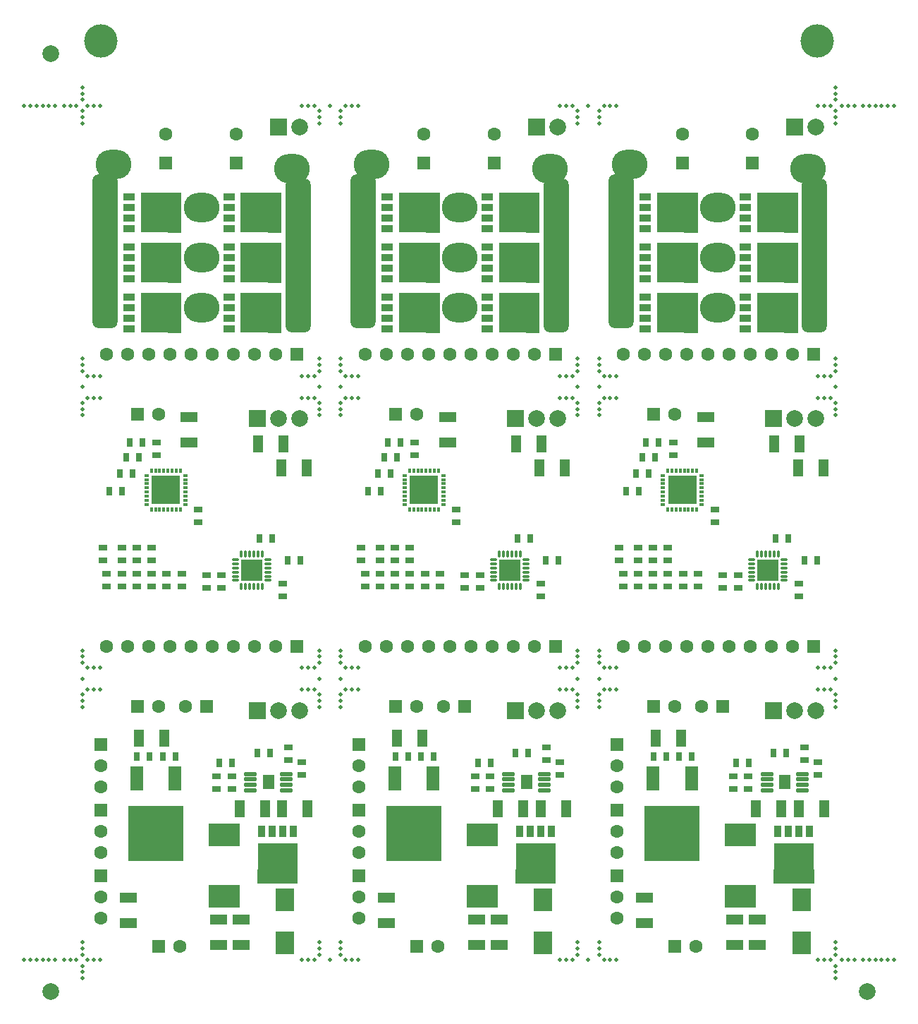
<source format=gbr>
%TF.GenerationSoftware,KiCad,Pcbnew,6.0.4-6f826c9f35~116~ubuntu20.04.1*%
%TF.CreationDate,2022-04-24T16:07:36+02:00*%
%TF.ProjectId,crawl_esc_pan,63726177-6c5f-4657-9363-5f70616e2e6b,rev?*%
%TF.SameCoordinates,Original*%
%TF.FileFunction,Soldermask,Top*%
%TF.FilePolarity,Negative*%
%FSLAX46Y46*%
G04 Gerber Fmt 4.6, Leading zero omitted, Abs format (unit mm)*
G04 Created by KiCad (PCBNEW 6.0.4-6f826c9f35~116~ubuntu20.04.1) date 2022-04-24 16:07:36*
%MOMM*%
%LPD*%
G01*
G04 APERTURE LIST*
G04 Aperture macros list*
%AMRoundRect*
0 Rectangle with rounded corners*
0 $1 Rounding radius*
0 $2 $3 $4 $5 $6 $7 $8 $9 X,Y pos of 4 corners*
0 Add a 4 corners polygon primitive as box body*
4,1,4,$2,$3,$4,$5,$6,$7,$8,$9,$2,$3,0*
0 Add four circle primitives for the rounded corners*
1,1,$1+$1,$2,$3*
1,1,$1+$1,$4,$5*
1,1,$1+$1,$6,$7*
1,1,$1+$1,$8,$9*
0 Add four rect primitives between the rounded corners*
20,1,$1+$1,$2,$3,$4,$5,0*
20,1,$1+$1,$4,$5,$6,$7,0*
20,1,$1+$1,$6,$7,$8,$9,0*
20,1,$1+$1,$8,$9,$2,$3,0*%
G04 Aperture macros list end*
%ADD10C,0.000000*%
%ADD11R,0.762000X1.016000*%
%ADD12R,1.600000X3.000000*%
%ADD13R,6.700000X6.700000*%
%ADD14R,3.810000X2.794000*%
%ADD15C,2.000000*%
%ADD16R,2.000000X2.000000*%
%ADD17R,1.193800X2.006600*%
%ADD18R,1.016000X0.762000*%
%ADD19C,1.600200*%
%ADD20R,1.600200X1.600200*%
%ADD21R,4.700000X3.750000*%
%ADD22R,0.850000X1.050000*%
%ADD23R,0.850000X1.450000*%
%ADD24R,2.006600X1.193800*%
%ADD25R,1.425000X1.760000*%
%ADD26RoundRect,0.056250X-0.678750X-0.168750X0.678750X-0.168750X0.678750X0.168750X-0.678750X0.168750X0*%
%ADD27R,2.200000X2.700000*%
%ADD28RoundRect,0.067500X-0.347500X-0.067500X0.347500X-0.067500X0.347500X0.067500X-0.347500X0.067500X0*%
%ADD29RoundRect,0.067500X0.067500X-0.347500X0.067500X0.347500X-0.067500X0.347500X-0.067500X-0.347500X0*%
%ADD30RoundRect,0.067500X0.347500X0.067500X-0.347500X0.067500X-0.347500X-0.067500X0.347500X-0.067500X0*%
%ADD31RoundRect,0.067500X-0.067500X0.347500X-0.067500X-0.347500X0.067500X-0.347500X0.067500X0.347500X0*%
%ADD32R,2.600000X2.600000*%
%ADD33R,0.600000X0.300000*%
%ADD34R,0.300000X0.600000*%
%ADD35R,3.450000X3.450000*%
%ADD36O,4.300000X3.500000*%
%ADD37R,1.450000X0.850000*%
%ADD38R,1.050000X0.850000*%
%ADD39R,3.750000X4.700000*%
%ADD40RoundRect,0.750000X-0.750000X-8.500000X0.750000X-8.500000X0.750000X8.500000X-0.750000X8.500000X0*%
%ADD41C,0.500000*%
%ADD42C,4.000000*%
G04 APERTURE END LIST*
D10*
G36*
X191719542Y-130424777D02*
G01*
X190869542Y-130424777D01*
X190869542Y-129124777D01*
X191719542Y-129124777D01*
X191719542Y-130424777D01*
G37*
G36*
X194259542Y-130424777D02*
G01*
X193409542Y-130424777D01*
X193409542Y-129124777D01*
X194259542Y-129124777D01*
X194259542Y-130424777D01*
G37*
G36*
X192989542Y-130424777D02*
G01*
X192139542Y-130424777D01*
X192139542Y-129124777D01*
X192989542Y-129124777D01*
X192989542Y-130424777D01*
G37*
G36*
X195529542Y-130424777D02*
G01*
X194679542Y-130424777D01*
X194679542Y-129124777D01*
X195529542Y-129124777D01*
X195529542Y-130424777D01*
G37*
G36*
X195374542Y-134424777D02*
G01*
X195624542Y-134424777D01*
X195624542Y-136074777D01*
X190774542Y-136074777D01*
X190774542Y-134424777D01*
X191024542Y-134424777D01*
X191024542Y-131324779D01*
X195374542Y-131324779D01*
X195374542Y-134424777D01*
G37*
G36*
X160719542Y-130424777D02*
G01*
X159869542Y-130424777D01*
X159869542Y-129124777D01*
X160719542Y-129124777D01*
X160719542Y-130424777D01*
G37*
G36*
X163259542Y-130424777D02*
G01*
X162409542Y-130424777D01*
X162409542Y-129124777D01*
X163259542Y-129124777D01*
X163259542Y-130424777D01*
G37*
G36*
X161989542Y-130424777D02*
G01*
X161139542Y-130424777D01*
X161139542Y-129124777D01*
X161989542Y-129124777D01*
X161989542Y-130424777D01*
G37*
G36*
X164529542Y-130424777D02*
G01*
X163679542Y-130424777D01*
X163679542Y-129124777D01*
X164529542Y-129124777D01*
X164529542Y-130424777D01*
G37*
G36*
X164374542Y-134424777D02*
G01*
X164624542Y-134424777D01*
X164624542Y-136074777D01*
X159774542Y-136074777D01*
X159774542Y-134424777D01*
X160024542Y-134424777D01*
X160024542Y-131324779D01*
X164374542Y-131324779D01*
X164374542Y-134424777D01*
G37*
G36*
X181674998Y-70024998D02*
G01*
X180025000Y-70024998D01*
X180025000Y-69774998D01*
X176925000Y-69774998D01*
X176925000Y-65424998D01*
X180025000Y-65424998D01*
X180025000Y-65175000D01*
X181674998Y-65175000D01*
X181674998Y-70024998D01*
G37*
G36*
X188025000Y-68659998D02*
G01*
X186725000Y-68659998D01*
X186725000Y-67809998D01*
X188025000Y-67809998D01*
X188025000Y-68659998D01*
G37*
G36*
X181674998Y-64024998D02*
G01*
X180025000Y-64024998D01*
X180025000Y-63774998D01*
X176925000Y-63774998D01*
X176925000Y-59424998D01*
X180025000Y-59424998D01*
X180025000Y-59174998D01*
X181674998Y-59174998D01*
X181674998Y-64024998D01*
G37*
G36*
X176025000Y-54120000D02*
G01*
X174725000Y-54120000D01*
X174725000Y-53270000D01*
X176025000Y-53270000D01*
X176025000Y-54120000D01*
G37*
G36*
X188025000Y-69929998D02*
G01*
X186725000Y-69929998D01*
X186725000Y-69079998D01*
X188025000Y-69079998D01*
X188025000Y-69929998D01*
G37*
G36*
X188025000Y-67389998D02*
G01*
X186725000Y-67389998D01*
X186725000Y-66539998D01*
X188025000Y-66539998D01*
X188025000Y-67389998D01*
G37*
G36*
X193675000Y-58024998D02*
G01*
X192025000Y-58024998D01*
X192025000Y-57774998D01*
X188925000Y-57774998D01*
X188925000Y-53425000D01*
X192025000Y-53425000D01*
X192025000Y-53175001D01*
X193675000Y-53175001D01*
X193675000Y-58024998D01*
G37*
G36*
X176025000Y-61389998D02*
G01*
X174725000Y-61389998D01*
X174725000Y-60539998D01*
X176025000Y-60539998D01*
X176025000Y-61389998D01*
G37*
G36*
X176025000Y-67389998D02*
G01*
X174725000Y-67389998D01*
X174725000Y-66539998D01*
X176025000Y-66539998D01*
X176025000Y-67389998D01*
G37*
G36*
X176025000Y-56660000D02*
G01*
X174725000Y-56660000D01*
X174725000Y-55810000D01*
X176025000Y-55810000D01*
X176025000Y-56660000D01*
G37*
G36*
X176025000Y-68659998D02*
G01*
X174725000Y-68659998D01*
X174725000Y-67809998D01*
X176025000Y-67809998D01*
X176025000Y-68659998D01*
G37*
G36*
X188025000Y-57930000D02*
G01*
X186725000Y-57930000D01*
X186725000Y-57080000D01*
X188025000Y-57080000D01*
X188025000Y-57930000D01*
G37*
G36*
X193675000Y-70024998D02*
G01*
X192025000Y-70024998D01*
X192025000Y-69774998D01*
X188925000Y-69774998D01*
X188925000Y-65424998D01*
X192025000Y-65424998D01*
X192025000Y-65175000D01*
X193675000Y-65175000D01*
X193675000Y-70024998D01*
G37*
G36*
X176025000Y-55390000D02*
G01*
X174725000Y-55390000D01*
X174725000Y-54540000D01*
X176025000Y-54540000D01*
X176025000Y-55390000D01*
G37*
G36*
X176025000Y-60119998D02*
G01*
X174725000Y-60119998D01*
X174725000Y-59269998D01*
X176025000Y-59269998D01*
X176025000Y-60119998D01*
G37*
G36*
X193675000Y-64024998D02*
G01*
X192025000Y-64024998D01*
X192025000Y-63774998D01*
X188925000Y-63774998D01*
X188925000Y-59424998D01*
X192025000Y-59424998D01*
X192025000Y-59174998D01*
X193675000Y-59174998D01*
X193675000Y-64024998D01*
G37*
G36*
X188025000Y-62659998D02*
G01*
X186725000Y-62659998D01*
X186725000Y-61809998D01*
X188025000Y-61809998D01*
X188025000Y-62659998D01*
G37*
G36*
X188025000Y-55390000D02*
G01*
X186725000Y-55390000D01*
X186725000Y-54540000D01*
X188025000Y-54540000D01*
X188025000Y-55390000D01*
G37*
G36*
X176025000Y-66119998D02*
G01*
X174725000Y-66119998D01*
X174725000Y-65269998D01*
X176025000Y-65269998D01*
X176025000Y-66119998D01*
G37*
G36*
X188025000Y-66119998D02*
G01*
X186725000Y-66119998D01*
X186725000Y-65269998D01*
X188025000Y-65269998D01*
X188025000Y-66119998D01*
G37*
G36*
X181674998Y-58024998D02*
G01*
X180025000Y-58024998D01*
X180025000Y-57774998D01*
X176925000Y-57774998D01*
X176925000Y-53425000D01*
X180025000Y-53425000D01*
X180025000Y-53175001D01*
X181674998Y-53175001D01*
X181674998Y-58024998D01*
G37*
G36*
X176025000Y-69929998D02*
G01*
X174725000Y-69929998D01*
X174725000Y-69079998D01*
X176025000Y-69079998D01*
X176025000Y-69929998D01*
G37*
G36*
X188025000Y-56660000D02*
G01*
X186725000Y-56660000D01*
X186725000Y-55810000D01*
X188025000Y-55810000D01*
X188025000Y-56660000D01*
G37*
G36*
X188025000Y-61389998D02*
G01*
X186725000Y-61389998D01*
X186725000Y-60539998D01*
X188025000Y-60539998D01*
X188025000Y-61389998D01*
G37*
G36*
X176025000Y-57930000D02*
G01*
X174725000Y-57930000D01*
X174725000Y-57080000D01*
X176025000Y-57080000D01*
X176025000Y-57930000D01*
G37*
G36*
X188025000Y-63929998D02*
G01*
X186725000Y-63929998D01*
X186725000Y-63079998D01*
X188025000Y-63079998D01*
X188025000Y-63929998D01*
G37*
G36*
X176025000Y-62659998D02*
G01*
X174725000Y-62659998D01*
X174725000Y-61809998D01*
X176025000Y-61809998D01*
X176025000Y-62659998D01*
G37*
G36*
X188025000Y-60119998D02*
G01*
X186725000Y-60119998D01*
X186725000Y-59269998D01*
X188025000Y-59269998D01*
X188025000Y-60119998D01*
G37*
G36*
X176025000Y-63929998D02*
G01*
X174725000Y-63929998D01*
X174725000Y-63079998D01*
X176025000Y-63079998D01*
X176025000Y-63929998D01*
G37*
G36*
X188025000Y-54120000D02*
G01*
X186725000Y-54120000D01*
X186725000Y-53270000D01*
X188025000Y-53270000D01*
X188025000Y-54120000D01*
G37*
G36*
X150674998Y-70024998D02*
G01*
X149025000Y-70024998D01*
X149025000Y-69774998D01*
X145925000Y-69774998D01*
X145925000Y-65424998D01*
X149025000Y-65424998D01*
X149025000Y-65175000D01*
X150674998Y-65175000D01*
X150674998Y-70024998D01*
G37*
G36*
X157025000Y-68659998D02*
G01*
X155725000Y-68659998D01*
X155725000Y-67809998D01*
X157025000Y-67809998D01*
X157025000Y-68659998D01*
G37*
G36*
X150674998Y-64024998D02*
G01*
X149025000Y-64024998D01*
X149025000Y-63774998D01*
X145925000Y-63774998D01*
X145925000Y-59424998D01*
X149025000Y-59424998D01*
X149025000Y-59174998D01*
X150674998Y-59174998D01*
X150674998Y-64024998D01*
G37*
G36*
X145025000Y-54120000D02*
G01*
X143725000Y-54120000D01*
X143725000Y-53270000D01*
X145025000Y-53270000D01*
X145025000Y-54120000D01*
G37*
G36*
X157025000Y-69929998D02*
G01*
X155725000Y-69929998D01*
X155725000Y-69079998D01*
X157025000Y-69079998D01*
X157025000Y-69929998D01*
G37*
G36*
X157025000Y-67389998D02*
G01*
X155725000Y-67389998D01*
X155725000Y-66539998D01*
X157025000Y-66539998D01*
X157025000Y-67389998D01*
G37*
G36*
X162675000Y-58024998D02*
G01*
X161025000Y-58024998D01*
X161025000Y-57774998D01*
X157925000Y-57774998D01*
X157925000Y-53425000D01*
X161025000Y-53425000D01*
X161025000Y-53175001D01*
X162675000Y-53175001D01*
X162675000Y-58024998D01*
G37*
G36*
X145025000Y-61389998D02*
G01*
X143725000Y-61389998D01*
X143725000Y-60539998D01*
X145025000Y-60539998D01*
X145025000Y-61389998D01*
G37*
G36*
X145025000Y-67389998D02*
G01*
X143725000Y-67389998D01*
X143725000Y-66539998D01*
X145025000Y-66539998D01*
X145025000Y-67389998D01*
G37*
G36*
X145025000Y-56660000D02*
G01*
X143725000Y-56660000D01*
X143725000Y-55810000D01*
X145025000Y-55810000D01*
X145025000Y-56660000D01*
G37*
G36*
X145025000Y-68659998D02*
G01*
X143725000Y-68659998D01*
X143725000Y-67809998D01*
X145025000Y-67809998D01*
X145025000Y-68659998D01*
G37*
G36*
X157025000Y-57930000D02*
G01*
X155725000Y-57930000D01*
X155725000Y-57080000D01*
X157025000Y-57080000D01*
X157025000Y-57930000D01*
G37*
G36*
X162675000Y-70024998D02*
G01*
X161025000Y-70024998D01*
X161025000Y-69774998D01*
X157925000Y-69774998D01*
X157925000Y-65424998D01*
X161025000Y-65424998D01*
X161025000Y-65175000D01*
X162675000Y-65175000D01*
X162675000Y-70024998D01*
G37*
G36*
X145025000Y-55390000D02*
G01*
X143725000Y-55390000D01*
X143725000Y-54540000D01*
X145025000Y-54540000D01*
X145025000Y-55390000D01*
G37*
G36*
X145025000Y-60119998D02*
G01*
X143725000Y-60119998D01*
X143725000Y-59269998D01*
X145025000Y-59269998D01*
X145025000Y-60119998D01*
G37*
G36*
X162675000Y-64024998D02*
G01*
X161025000Y-64024998D01*
X161025000Y-63774998D01*
X157925000Y-63774998D01*
X157925000Y-59424998D01*
X161025000Y-59424998D01*
X161025000Y-59174998D01*
X162675000Y-59174998D01*
X162675000Y-64024998D01*
G37*
G36*
X157025000Y-62659998D02*
G01*
X155725000Y-62659998D01*
X155725000Y-61809998D01*
X157025000Y-61809998D01*
X157025000Y-62659998D01*
G37*
G36*
X157025000Y-55390000D02*
G01*
X155725000Y-55390000D01*
X155725000Y-54540000D01*
X157025000Y-54540000D01*
X157025000Y-55390000D01*
G37*
G36*
X145025000Y-66119998D02*
G01*
X143725000Y-66119998D01*
X143725000Y-65269998D01*
X145025000Y-65269998D01*
X145025000Y-66119998D01*
G37*
G36*
X157025000Y-66119998D02*
G01*
X155725000Y-66119998D01*
X155725000Y-65269998D01*
X157025000Y-65269998D01*
X157025000Y-66119998D01*
G37*
G36*
X150674998Y-58024998D02*
G01*
X149025000Y-58024998D01*
X149025000Y-57774998D01*
X145925000Y-57774998D01*
X145925000Y-53425000D01*
X149025000Y-53425000D01*
X149025000Y-53175001D01*
X150674998Y-53175001D01*
X150674998Y-58024998D01*
G37*
G36*
X145025000Y-69929998D02*
G01*
X143725000Y-69929998D01*
X143725000Y-69079998D01*
X145025000Y-69079998D01*
X145025000Y-69929998D01*
G37*
G36*
X157025000Y-56660000D02*
G01*
X155725000Y-56660000D01*
X155725000Y-55810000D01*
X157025000Y-55810000D01*
X157025000Y-56660000D01*
G37*
G36*
X157025000Y-61389998D02*
G01*
X155725000Y-61389998D01*
X155725000Y-60539998D01*
X157025000Y-60539998D01*
X157025000Y-61389998D01*
G37*
G36*
X145025000Y-57930000D02*
G01*
X143725000Y-57930000D01*
X143725000Y-57080000D01*
X145025000Y-57080000D01*
X145025000Y-57930000D01*
G37*
G36*
X157025000Y-63929998D02*
G01*
X155725000Y-63929998D01*
X155725000Y-63079998D01*
X157025000Y-63079998D01*
X157025000Y-63929998D01*
G37*
G36*
X145025000Y-62659998D02*
G01*
X143725000Y-62659998D01*
X143725000Y-61809998D01*
X145025000Y-61809998D01*
X145025000Y-62659998D01*
G37*
G36*
X157025000Y-60119998D02*
G01*
X155725000Y-60119998D01*
X155725000Y-59269998D01*
X157025000Y-59269998D01*
X157025000Y-60119998D01*
G37*
G36*
X145025000Y-63929998D02*
G01*
X143725000Y-63929998D01*
X143725000Y-63079998D01*
X145025000Y-63079998D01*
X145025000Y-63929998D01*
G37*
G36*
X157025000Y-54120000D02*
G01*
X155725000Y-54120000D01*
X155725000Y-53270000D01*
X157025000Y-53270000D01*
X157025000Y-54120000D01*
G37*
G36*
X126025000Y-54120000D02*
G01*
X124725000Y-54120000D01*
X124725000Y-53270000D01*
X126025000Y-53270000D01*
X126025000Y-54120000D01*
G37*
G36*
X114025000Y-63929998D02*
G01*
X112725000Y-63929998D01*
X112725000Y-63079998D01*
X114025000Y-63079998D01*
X114025000Y-63929998D01*
G37*
G36*
X126025000Y-60119998D02*
G01*
X124725000Y-60119998D01*
X124725000Y-59269998D01*
X126025000Y-59269998D01*
X126025000Y-60119998D01*
G37*
G36*
X114025000Y-62659998D02*
G01*
X112725000Y-62659998D01*
X112725000Y-61809998D01*
X114025000Y-61809998D01*
X114025000Y-62659998D01*
G37*
G36*
X131675000Y-58024998D02*
G01*
X130025000Y-58024998D01*
X130025000Y-57774998D01*
X126925000Y-57774998D01*
X126925000Y-53425000D01*
X130025000Y-53425000D01*
X130025000Y-53175001D01*
X131675000Y-53175001D01*
X131675000Y-58024998D01*
G37*
G36*
X126025000Y-67389998D02*
G01*
X124725000Y-67389998D01*
X124725000Y-66539998D01*
X126025000Y-66539998D01*
X126025000Y-67389998D01*
G37*
G36*
X126025000Y-69929998D02*
G01*
X124725000Y-69929998D01*
X124725000Y-69079998D01*
X126025000Y-69079998D01*
X126025000Y-69929998D01*
G37*
G36*
X114025000Y-54120000D02*
G01*
X112725000Y-54120000D01*
X112725000Y-53270000D01*
X114025000Y-53270000D01*
X114025000Y-54120000D01*
G37*
G36*
X114025000Y-56660000D02*
G01*
X112725000Y-56660000D01*
X112725000Y-55810000D01*
X114025000Y-55810000D01*
X114025000Y-56660000D01*
G37*
G36*
X114025000Y-67389998D02*
G01*
X112725000Y-67389998D01*
X112725000Y-66539998D01*
X114025000Y-66539998D01*
X114025000Y-67389998D01*
G37*
G36*
X114025000Y-61389998D02*
G01*
X112725000Y-61389998D01*
X112725000Y-60539998D01*
X114025000Y-60539998D01*
X114025000Y-61389998D01*
G37*
G36*
X114025000Y-55390000D02*
G01*
X112725000Y-55390000D01*
X112725000Y-54540000D01*
X114025000Y-54540000D01*
X114025000Y-55390000D01*
G37*
G36*
X131675000Y-70024998D02*
G01*
X130025000Y-70024998D01*
X130025000Y-69774998D01*
X126925000Y-69774998D01*
X126925000Y-65424998D01*
X130025000Y-65424998D01*
X130025000Y-65175000D01*
X131675000Y-65175000D01*
X131675000Y-70024998D01*
G37*
G36*
X126025000Y-57930000D02*
G01*
X124725000Y-57930000D01*
X124725000Y-57080000D01*
X126025000Y-57080000D01*
X126025000Y-57930000D01*
G37*
G36*
X114025000Y-68659998D02*
G01*
X112725000Y-68659998D01*
X112725000Y-67809998D01*
X114025000Y-67809998D01*
X114025000Y-68659998D01*
G37*
G36*
X126025000Y-55390000D02*
G01*
X124725000Y-55390000D01*
X124725000Y-54540000D01*
X126025000Y-54540000D01*
X126025000Y-55390000D01*
G37*
G36*
X126025000Y-62659998D02*
G01*
X124725000Y-62659998D01*
X124725000Y-61809998D01*
X126025000Y-61809998D01*
X126025000Y-62659998D01*
G37*
G36*
X131675000Y-64024998D02*
G01*
X130025000Y-64024998D01*
X130025000Y-63774998D01*
X126925000Y-63774998D01*
X126925000Y-59424998D01*
X130025000Y-59424998D01*
X130025000Y-59174998D01*
X131675000Y-59174998D01*
X131675000Y-64024998D01*
G37*
G36*
X114025000Y-60119998D02*
G01*
X112725000Y-60119998D01*
X112725000Y-59269998D01*
X114025000Y-59269998D01*
X114025000Y-60119998D01*
G37*
G36*
X126025000Y-63929998D02*
G01*
X124725000Y-63929998D01*
X124725000Y-63079998D01*
X126025000Y-63079998D01*
X126025000Y-63929998D01*
G37*
G36*
X114025000Y-57930000D02*
G01*
X112725000Y-57930000D01*
X112725000Y-57080000D01*
X114025000Y-57080000D01*
X114025000Y-57930000D01*
G37*
G36*
X126025000Y-61389998D02*
G01*
X124725000Y-61389998D01*
X124725000Y-60539998D01*
X126025000Y-60539998D01*
X126025000Y-61389998D01*
G37*
G36*
X126025000Y-56660000D02*
G01*
X124725000Y-56660000D01*
X124725000Y-55810000D01*
X126025000Y-55810000D01*
X126025000Y-56660000D01*
G37*
G36*
X114025000Y-69929998D02*
G01*
X112725000Y-69929998D01*
X112725000Y-69079998D01*
X114025000Y-69079998D01*
X114025000Y-69929998D01*
G37*
G36*
X119674998Y-58024998D02*
G01*
X118025000Y-58024998D01*
X118025000Y-57774998D01*
X114925000Y-57774998D01*
X114925000Y-53425000D01*
X118025000Y-53425000D01*
X118025000Y-53175001D01*
X119674998Y-53175001D01*
X119674998Y-58024998D01*
G37*
G36*
X126025000Y-66119998D02*
G01*
X124725000Y-66119998D01*
X124725000Y-65269998D01*
X126025000Y-65269998D01*
X126025000Y-66119998D01*
G37*
G36*
X114025000Y-66119998D02*
G01*
X112725000Y-66119998D01*
X112725000Y-65269998D01*
X114025000Y-65269998D01*
X114025000Y-66119998D01*
G37*
G36*
X119674998Y-64024998D02*
G01*
X118025000Y-64024998D01*
X118025000Y-63774998D01*
X114925000Y-63774998D01*
X114925000Y-59424998D01*
X118025000Y-59424998D01*
X118025000Y-59174998D01*
X119674998Y-59174998D01*
X119674998Y-64024998D01*
G37*
G36*
X126025000Y-68659998D02*
G01*
X124725000Y-68659998D01*
X124725000Y-67809998D01*
X126025000Y-67809998D01*
X126025000Y-68659998D01*
G37*
G36*
X119674998Y-70024998D02*
G01*
X118025000Y-70024998D01*
X118025000Y-69774998D01*
X114925000Y-69774998D01*
X114925000Y-65424998D01*
X118025000Y-65424998D01*
X118025000Y-65175000D01*
X119674998Y-65175000D01*
X119674998Y-70024998D01*
G37*
G36*
X133374542Y-134424777D02*
G01*
X133624542Y-134424777D01*
X133624542Y-136074777D01*
X128774542Y-136074777D01*
X128774542Y-134424777D01*
X129024542Y-134424777D01*
X129024542Y-131324779D01*
X133374542Y-131324779D01*
X133374542Y-134424777D01*
G37*
G36*
X133529542Y-130424777D02*
G01*
X132679542Y-130424777D01*
X132679542Y-129124777D01*
X133529542Y-129124777D01*
X133529542Y-130424777D01*
G37*
G36*
X130989542Y-130424777D02*
G01*
X130139542Y-130424777D01*
X130139542Y-129124777D01*
X130989542Y-129124777D01*
X130989542Y-130424777D01*
G37*
G36*
X132259542Y-130424777D02*
G01*
X131409542Y-130424777D01*
X131409542Y-129124777D01*
X132259542Y-129124777D01*
X132259542Y-130424777D01*
G37*
G36*
X129719542Y-130424777D02*
G01*
X128869542Y-130424777D01*
X128869542Y-129124777D01*
X129719542Y-129124777D01*
X129719542Y-130424777D01*
G37*
D11*
%TO.C,R62*%
X190737542Y-120399777D03*
X192261542Y-120399777D03*
%TD*%
D12*
%TO.C,IC13*%
X176299542Y-123449777D03*
D13*
X178599544Y-130099777D03*
D12*
X180899544Y-123449777D03*
%TD*%
D14*
%TO.C,D12*%
X186799542Y-137582777D03*
X186799542Y-130216777D03*
%TD*%
D15*
%TO.C,ST25*%
X195865544Y-115299779D03*
X193325544Y-115299779D03*
D16*
X190785544Y-115299779D03*
%TD*%
D17*
%TO.C,C96*%
X193775542Y-127099777D03*
X196823542Y-127099777D03*
%TD*%
D18*
%TO.C,C100*%
X187699542Y-124761777D03*
X187699542Y-123237777D03*
%TD*%
D19*
%TO.C,ST29*%
X171999544Y-140239777D03*
X171999544Y-137699777D03*
D20*
X171999544Y-135159777D03*
%TD*%
D19*
%TO.C,ST30*%
X182129544Y-114799777D03*
D20*
X184669544Y-114799777D03*
%TD*%
D21*
%TO.C,Q21*%
X193199542Y-133149777D03*
D22*
X195104542Y-135549777D03*
X193834542Y-135549777D03*
X192564542Y-135549777D03*
X191294542Y-135549777D03*
D23*
X191294542Y-129849777D03*
X192564542Y-129849777D03*
X193834542Y-129849777D03*
X195104542Y-129849777D03*
%TD*%
D18*
%TO.C,C99*%
X194499542Y-121261777D03*
X194499542Y-119737777D03*
%TD*%
D24*
%TO.C,C108*%
X188799544Y-143423779D03*
X188799544Y-140375779D03*
%TD*%
D25*
%TO.C,IC14*%
X192099542Y-123899780D03*
D26*
X194249542Y-122924780D03*
X194249542Y-123574779D03*
X194249542Y-124224780D03*
X194249542Y-124874779D03*
X189949542Y-124874779D03*
X189949542Y-124224780D03*
X189949542Y-123574779D03*
X189949542Y-122924780D03*
%TD*%
D24*
%TO.C,C109*%
X186099544Y-143423779D03*
X186099544Y-140375779D03*
%TD*%
D18*
%TO.C,C93*%
X196099542Y-121537777D03*
X196099542Y-123061777D03*
%TD*%
D27*
%TO.C,L7*%
X194099542Y-143149779D03*
X194099542Y-138049779D03*
%TD*%
D19*
%TO.C,ST27*%
X171999544Y-124479779D03*
X171999544Y-121939779D03*
D20*
X171999544Y-119399779D03*
%TD*%
D19*
%TO.C,ST26*%
X178935542Y-114804779D03*
D20*
X176395542Y-114804779D03*
%TD*%
D11*
%TO.C,C105*%
X176337544Y-120799777D03*
X177861544Y-120799777D03*
%TD*%
%TO.C,R64*%
X186237542Y-121599777D03*
X187761542Y-121599777D03*
%TD*%
D17*
%TO.C,C98*%
X191723542Y-127099777D03*
X188675542Y-127099777D03*
%TD*%
D19*
%TO.C,ST31*%
X181470000Y-143600000D03*
D20*
X178930000Y-143600000D03*
%TD*%
D19*
%TO.C,ST28*%
X171999544Y-132339777D03*
X171999544Y-129799777D03*
D20*
X171999544Y-127259777D03*
%TD*%
D11*
%TO.C,C104*%
X180961542Y-120799777D03*
X179437542Y-120799777D03*
%TD*%
D24*
%TO.C,C103*%
X175299542Y-140823779D03*
X175299542Y-137775779D03*
%TD*%
D18*
%TO.C,R63*%
X185899544Y-123237777D03*
X185899544Y-124761777D03*
%TD*%
D17*
%TO.C,C106*%
X176575542Y-118599777D03*
X179623542Y-118599777D03*
%TD*%
D11*
%TO.C,R56*%
X159737542Y-120399777D03*
X161261542Y-120399777D03*
%TD*%
D12*
%TO.C,IC10*%
X145299542Y-123449777D03*
D13*
X147599544Y-130099777D03*
D12*
X149899544Y-123449777D03*
%TD*%
D14*
%TO.C,D10*%
X155799542Y-137582777D03*
X155799542Y-130216777D03*
%TD*%
D15*
%TO.C,ST18*%
X164865544Y-115299779D03*
X162325544Y-115299779D03*
D16*
X159785544Y-115299779D03*
%TD*%
D17*
%TO.C,C74*%
X162775542Y-127099777D03*
X165823542Y-127099777D03*
%TD*%
D18*
%TO.C,C78*%
X156699542Y-124761777D03*
X156699542Y-123237777D03*
%TD*%
D19*
%TO.C,ST22*%
X140999544Y-140239777D03*
X140999544Y-137699777D03*
D20*
X140999544Y-135159777D03*
%TD*%
D19*
%TO.C,ST23*%
X151129544Y-114799777D03*
D20*
X153669544Y-114799777D03*
%TD*%
D21*
%TO.C,Q20*%
X162199542Y-133149777D03*
D22*
X164104542Y-135549777D03*
X162834542Y-135549777D03*
X161564542Y-135549777D03*
X160294542Y-135549777D03*
D23*
X160294542Y-129849777D03*
X161564542Y-129849777D03*
X162834542Y-129849777D03*
X164104542Y-129849777D03*
%TD*%
D18*
%TO.C,C77*%
X163499542Y-121261777D03*
X163499542Y-119737777D03*
%TD*%
D24*
%TO.C,C86*%
X157799544Y-143423779D03*
X157799544Y-140375779D03*
%TD*%
D25*
%TO.C,IC11*%
X161099542Y-123899780D03*
D26*
X163249542Y-122924780D03*
X163249542Y-123574779D03*
X163249542Y-124224780D03*
X163249542Y-124874779D03*
X158949542Y-124874779D03*
X158949542Y-124224780D03*
X158949542Y-123574779D03*
X158949542Y-122924780D03*
%TD*%
D24*
%TO.C,C87*%
X155099544Y-143423779D03*
X155099544Y-140375779D03*
%TD*%
D18*
%TO.C,C71*%
X165099542Y-121537777D03*
X165099542Y-123061777D03*
%TD*%
D27*
%TO.C,L5*%
X163099542Y-143149779D03*
X163099542Y-138049779D03*
%TD*%
D19*
%TO.C,ST20*%
X140999544Y-124479779D03*
X140999544Y-121939779D03*
D20*
X140999544Y-119399779D03*
%TD*%
D19*
%TO.C,ST19*%
X147935542Y-114804779D03*
D20*
X145395542Y-114804779D03*
%TD*%
D11*
%TO.C,C83*%
X145337544Y-120799777D03*
X146861544Y-120799777D03*
%TD*%
%TO.C,R58*%
X155237542Y-121599777D03*
X156761542Y-121599777D03*
%TD*%
D17*
%TO.C,C76*%
X160723542Y-127099777D03*
X157675542Y-127099777D03*
%TD*%
D19*
%TO.C,ST24*%
X150470000Y-143600000D03*
D20*
X147930000Y-143600000D03*
%TD*%
D19*
%TO.C,ST21*%
X140999544Y-132339777D03*
X140999544Y-129799777D03*
D20*
X140999544Y-127259777D03*
%TD*%
D11*
%TO.C,C82*%
X149961542Y-120799777D03*
X148437542Y-120799777D03*
%TD*%
D24*
%TO.C,C81*%
X144299542Y-140823779D03*
X144299542Y-137775779D03*
%TD*%
D18*
%TO.C,R57*%
X154899544Y-123237777D03*
X154899544Y-124761777D03*
%TD*%
D17*
%TO.C,C84*%
X145575542Y-118599777D03*
X148623542Y-118599777D03*
%TD*%
D11*
%TO.C,C64*%
X175433416Y-83160073D03*
X176957416Y-83160073D03*
%TD*%
D18*
%TO.C,R42*%
X178695416Y-84722074D03*
X178695416Y-83198074D03*
%TD*%
D17*
%TO.C,C56*%
X193891174Y-83299998D03*
X190843174Y-83299998D03*
%TD*%
%TO.C,C55*%
X193676000Y-86199998D03*
X196724000Y-86199998D03*
%TD*%
D24*
%TO.C,C59*%
X182600000Y-83124000D03*
X182600000Y-80076000D03*
%TD*%
D20*
%TO.C,ST16*%
X195560000Y-107599998D03*
D19*
X193020000Y-107599998D03*
X190480000Y-107599998D03*
X187940000Y-107599998D03*
X185400000Y-107599998D03*
X182860000Y-107599998D03*
X180320000Y-107599998D03*
X177780000Y-107599998D03*
X175240000Y-107599998D03*
X172700000Y-107599998D03*
%TD*%
D18*
%TO.C,C62*%
X183695416Y-92722073D03*
X183695416Y-91198073D03*
%TD*%
%TO.C,R43*%
X172200000Y-95798072D03*
X172200000Y-97322072D03*
%TD*%
D28*
%TO.C,IC9*%
X188155415Y-97210073D03*
X188155415Y-97710072D03*
X188155415Y-98210074D03*
X188155415Y-98710073D03*
X188155415Y-99210074D03*
X188155415Y-99710073D03*
D29*
X188845416Y-100400074D03*
X189345415Y-100400074D03*
X189845416Y-100400074D03*
X190345415Y-100400074D03*
X190845417Y-100400074D03*
X191345416Y-100400074D03*
D30*
X192035417Y-99710073D03*
X192035417Y-99210074D03*
X192035417Y-98710073D03*
X192035417Y-98210074D03*
X192035417Y-97710072D03*
X192035417Y-97210073D03*
D31*
X191345416Y-96520072D03*
X190845417Y-96520072D03*
X190345415Y-96520072D03*
X189845416Y-96520072D03*
X189345415Y-96520072D03*
X188845416Y-96520072D03*
D32*
X190095416Y-98460073D03*
%TD*%
D18*
%TO.C,R48*%
X176295415Y-95798072D03*
X176295415Y-97322072D03*
%TD*%
%TO.C,C68*%
X193795416Y-101622073D03*
X193795416Y-100098073D03*
%TD*%
D11*
%TO.C,C70*%
X192557417Y-94660073D03*
X191033417Y-94660073D03*
%TD*%
D18*
%TO.C,C66*%
X186495415Y-100622073D03*
X186495415Y-99098073D03*
%TD*%
%TO.C,R51*%
X174495416Y-100422071D03*
X174495416Y-98898071D03*
%TD*%
%TO.C,R53*%
X181695415Y-100422071D03*
X181695415Y-98898071D03*
%TD*%
%TO.C,R50*%
X174495416Y-95798072D03*
X174495416Y-97322072D03*
%TD*%
D11*
%TO.C,C63*%
X173033415Y-88960072D03*
X174557415Y-88960072D03*
%TD*%
D18*
%TO.C,R45*%
X179895416Y-100422071D03*
X179895416Y-98898071D03*
%TD*%
%TO.C,R46*%
X178095417Y-95798072D03*
X178095417Y-97322072D03*
%TD*%
D11*
%TO.C,C61*%
X174271416Y-86860073D03*
X175795416Y-86860073D03*
%TD*%
D20*
%TO.C,ST17*%
X176395316Y-79804903D03*
D19*
X178935316Y-79804903D03*
%TD*%
D18*
%TO.C,R49*%
X172695415Y-100422071D03*
X172695415Y-98898071D03*
%TD*%
D11*
%TO.C,R41*%
X175033416Y-84960072D03*
X176557416Y-84960072D03*
%TD*%
%TO.C,C69*%
X195962000Y-97299998D03*
X194438000Y-97299998D03*
%TD*%
D16*
%TO.C,ST15*%
X190785417Y-80300000D03*
D15*
X193325417Y-80300000D03*
X195865417Y-80300000D03*
%TD*%
D18*
%TO.C,R47*%
X176295415Y-100422071D03*
X176295415Y-98898071D03*
%TD*%
D33*
%TO.C,IC8*%
X177445416Y-87110073D03*
X177445416Y-87610072D03*
X177445416Y-88110071D03*
X177445416Y-88610072D03*
X177445416Y-89110071D03*
X177445416Y-89610073D03*
X177445416Y-90110072D03*
X177445416Y-90610071D03*
D34*
X178045417Y-91210072D03*
X178545416Y-91210072D03*
X179045415Y-91210072D03*
X179545417Y-91210072D03*
X180045416Y-91210072D03*
X180545417Y-91210072D03*
X181045416Y-91210072D03*
X181545415Y-91210072D03*
D33*
X182145416Y-90610071D03*
X182145416Y-90110072D03*
X182145416Y-89610073D03*
X182145416Y-89110071D03*
X182145416Y-88610072D03*
X182145416Y-88110071D03*
X182145416Y-87610072D03*
X182145416Y-87110073D03*
D34*
X181545415Y-86510072D03*
X181045416Y-86510072D03*
X180545417Y-86510072D03*
X180045416Y-86510072D03*
X179545417Y-86510072D03*
X179045415Y-86510072D03*
X178545416Y-86510072D03*
X178045417Y-86510072D03*
D35*
X179795416Y-88860072D03*
%TD*%
D18*
%TO.C,C57*%
X184695416Y-100622073D03*
X184695416Y-99098073D03*
%TD*%
%TO.C,R52*%
X178095417Y-100422071D03*
X178095417Y-98898071D03*
%TD*%
D11*
%TO.C,C48*%
X144433416Y-83160073D03*
X145957416Y-83160073D03*
%TD*%
D18*
%TO.C,R28*%
X147695416Y-84722074D03*
X147695416Y-83198074D03*
%TD*%
D17*
%TO.C,C40*%
X162891174Y-83299998D03*
X159843174Y-83299998D03*
%TD*%
%TO.C,C39*%
X162676000Y-86199998D03*
X165724000Y-86199998D03*
%TD*%
D24*
%TO.C,C43*%
X151600000Y-83124000D03*
X151600000Y-80076000D03*
%TD*%
D20*
%TO.C,ST13*%
X164560000Y-107599998D03*
D19*
X162020000Y-107599998D03*
X159480000Y-107599998D03*
X156940000Y-107599998D03*
X154400000Y-107599998D03*
X151860000Y-107599998D03*
X149320000Y-107599998D03*
X146780000Y-107599998D03*
X144240000Y-107599998D03*
X141700000Y-107599998D03*
%TD*%
D18*
%TO.C,C46*%
X152695416Y-92722073D03*
X152695416Y-91198073D03*
%TD*%
%TO.C,R29*%
X141200000Y-95798072D03*
X141200000Y-97322072D03*
%TD*%
D28*
%TO.C,IC6*%
X157155415Y-97210073D03*
X157155415Y-97710072D03*
X157155415Y-98210074D03*
X157155415Y-98710073D03*
X157155415Y-99210074D03*
X157155415Y-99710073D03*
D29*
X157845416Y-100400074D03*
X158345415Y-100400074D03*
X158845416Y-100400074D03*
X159345415Y-100400074D03*
X159845417Y-100400074D03*
X160345416Y-100400074D03*
D30*
X161035417Y-99710073D03*
X161035417Y-99210074D03*
X161035417Y-98710073D03*
X161035417Y-98210074D03*
X161035417Y-97710072D03*
X161035417Y-97210073D03*
D31*
X160345416Y-96520072D03*
X159845417Y-96520072D03*
X159345415Y-96520072D03*
X158845416Y-96520072D03*
X158345415Y-96520072D03*
X157845416Y-96520072D03*
D32*
X159095416Y-98460073D03*
%TD*%
D18*
%TO.C,R34*%
X145295415Y-95798072D03*
X145295415Y-97322072D03*
%TD*%
%TO.C,C52*%
X162795416Y-101622073D03*
X162795416Y-100098073D03*
%TD*%
D11*
%TO.C,C54*%
X161557417Y-94660073D03*
X160033417Y-94660073D03*
%TD*%
D18*
%TO.C,C50*%
X155495415Y-100622073D03*
X155495415Y-99098073D03*
%TD*%
%TO.C,R37*%
X143495416Y-100422071D03*
X143495416Y-98898071D03*
%TD*%
%TO.C,R39*%
X150695415Y-100422071D03*
X150695415Y-98898071D03*
%TD*%
%TO.C,R36*%
X143495416Y-95798072D03*
X143495416Y-97322072D03*
%TD*%
D11*
%TO.C,C47*%
X142033415Y-88960072D03*
X143557415Y-88960072D03*
%TD*%
D18*
%TO.C,R31*%
X148895416Y-100422071D03*
X148895416Y-98898071D03*
%TD*%
%TO.C,R32*%
X147095417Y-95798072D03*
X147095417Y-97322072D03*
%TD*%
D11*
%TO.C,C45*%
X143271416Y-86860073D03*
X144795416Y-86860073D03*
%TD*%
D20*
%TO.C,ST14*%
X145395316Y-79804903D03*
D19*
X147935316Y-79804903D03*
%TD*%
D18*
%TO.C,R35*%
X141695415Y-100422071D03*
X141695415Y-98898071D03*
%TD*%
D11*
%TO.C,R27*%
X144033416Y-84960072D03*
X145557416Y-84960072D03*
%TD*%
%TO.C,C53*%
X164962000Y-97299998D03*
X163438000Y-97299998D03*
%TD*%
D16*
%TO.C,ST12*%
X159785417Y-80300000D03*
D15*
X162325417Y-80300000D03*
X164865417Y-80300000D03*
%TD*%
D18*
%TO.C,R33*%
X145295415Y-100422071D03*
X145295415Y-98898071D03*
%TD*%
D33*
%TO.C,IC5*%
X146445416Y-87110073D03*
X146445416Y-87610072D03*
X146445416Y-88110071D03*
X146445416Y-88610072D03*
X146445416Y-89110071D03*
X146445416Y-89610073D03*
X146445416Y-90110072D03*
X146445416Y-90610071D03*
D34*
X147045417Y-91210072D03*
X147545416Y-91210072D03*
X148045415Y-91210072D03*
X148545417Y-91210072D03*
X149045416Y-91210072D03*
X149545417Y-91210072D03*
X150045416Y-91210072D03*
X150545415Y-91210072D03*
D33*
X151145416Y-90610071D03*
X151145416Y-90110072D03*
X151145416Y-89610073D03*
X151145416Y-89110071D03*
X151145416Y-88610072D03*
X151145416Y-88110071D03*
X151145416Y-87610072D03*
X151145416Y-87110073D03*
D34*
X150545415Y-86510072D03*
X150045416Y-86510072D03*
X149545417Y-86510072D03*
X149045416Y-86510072D03*
X148545417Y-86510072D03*
X148045415Y-86510072D03*
X147545416Y-86510072D03*
X147045417Y-86510072D03*
D35*
X148795416Y-88860072D03*
%TD*%
D18*
%TO.C,C41*%
X153695416Y-100622073D03*
X153695416Y-99098073D03*
%TD*%
%TO.C,R38*%
X147095417Y-100422071D03*
X147095417Y-98898071D03*
%TD*%
D20*
%TO.C,ST11*%
X195560000Y-72599998D03*
D19*
X193020000Y-72599998D03*
X190480000Y-72599998D03*
X187940000Y-72599998D03*
X185400000Y-72599998D03*
X182860000Y-72599998D03*
X180320000Y-72599998D03*
X177780000Y-72599998D03*
X175240000Y-72599998D03*
X172700000Y-72599998D03*
%TD*%
D36*
%TO.C,TP13*%
X184100000Y-66964998D03*
%TD*%
%TO.C,TP12*%
X173500000Y-49799998D03*
%TD*%
%TO.C,TP15*%
X184100000Y-54965000D03*
%TD*%
D16*
%TO.C,ST10*%
X193330000Y-45300000D03*
D15*
X195870000Y-45300000D03*
%TD*%
D37*
%TO.C,Q18*%
X175350000Y-59694998D03*
X175350000Y-60964998D03*
X175350000Y-62234998D03*
X175350000Y-63504998D03*
D38*
X181049998Y-63504998D03*
X181049998Y-62234998D03*
X181049998Y-60964998D03*
X181049998Y-59694998D03*
D39*
X178649998Y-61599998D03*
%TD*%
D20*
%TO.C,C31*%
X179800000Y-49649998D03*
D19*
X179800000Y-46150001D03*
%TD*%
D37*
%TO.C,Q19*%
X175350000Y-53695000D03*
X175350000Y-54965000D03*
X175350000Y-56235000D03*
X175350000Y-57505000D03*
D38*
X181049998Y-57505000D03*
X181049998Y-56235000D03*
X181049998Y-54965000D03*
X181049998Y-53695000D03*
D39*
X178649998Y-55600000D03*
%TD*%
D36*
%TO.C,TP14*%
X184100000Y-60964998D03*
%TD*%
D37*
%TO.C,Q14*%
X187350000Y-65694998D03*
X187350000Y-66964998D03*
X187350000Y-68234998D03*
X187350000Y-69504998D03*
D38*
X193050000Y-69504998D03*
X193050000Y-68234998D03*
X193050000Y-66964998D03*
X193050000Y-65694998D03*
D39*
X190650000Y-67599998D03*
%TD*%
D37*
%TO.C,Q17*%
X175350000Y-65694998D03*
X175350000Y-66964998D03*
X175350000Y-68234998D03*
X175350000Y-69504998D03*
D38*
X181049998Y-69504998D03*
X181049998Y-68234998D03*
X181049998Y-66964998D03*
X181049998Y-65694998D03*
D39*
X178649998Y-67599998D03*
%TD*%
D37*
%TO.C,Q16*%
X187350000Y-53695000D03*
X187350000Y-54965000D03*
X187350000Y-56235000D03*
X187350000Y-57505000D03*
D38*
X193050000Y-57505000D03*
X193050000Y-56235000D03*
X193050000Y-54965000D03*
X193050000Y-53695000D03*
D39*
X190650000Y-55600000D03*
%TD*%
D20*
%TO.C,C32*%
X188200000Y-49649998D03*
D19*
X188200000Y-46150001D03*
%TD*%
D40*
%TO.C,4*%
X172500002Y-60199998D03*
%TD*%
D36*
%TO.C,TP11*%
X194900000Y-50300000D03*
%TD*%
D37*
%TO.C,Q15*%
X187350000Y-59694998D03*
X187350000Y-60964998D03*
X187350000Y-62234998D03*
X187350000Y-63504998D03*
D38*
X193050000Y-63504998D03*
X193050000Y-62234998D03*
X193050000Y-60964998D03*
X193050000Y-59694998D03*
D39*
X190650000Y-61599998D03*
%TD*%
D40*
%TO.C,3*%
X195700002Y-60700000D03*
%TD*%
D20*
%TO.C,ST9*%
X164560000Y-72599998D03*
D19*
X162020000Y-72599998D03*
X159480000Y-72599998D03*
X156940000Y-72599998D03*
X154400000Y-72599998D03*
X151860000Y-72599998D03*
X149320000Y-72599998D03*
X146780000Y-72599998D03*
X144240000Y-72599998D03*
X141700000Y-72599998D03*
%TD*%
D36*
%TO.C,TP8*%
X153100000Y-66964998D03*
%TD*%
%TO.C,TP7*%
X142500000Y-49799998D03*
%TD*%
%TO.C,TP10*%
X153100000Y-54965000D03*
%TD*%
D16*
%TO.C,ST8*%
X162330000Y-45300000D03*
D15*
X164870000Y-45300000D03*
%TD*%
D37*
%TO.C,Q12*%
X144350000Y-59694998D03*
X144350000Y-60964998D03*
X144350000Y-62234998D03*
X144350000Y-63504998D03*
D38*
X150049998Y-63504998D03*
X150049998Y-62234998D03*
X150049998Y-60964998D03*
X150049998Y-59694998D03*
D39*
X147649998Y-61599998D03*
%TD*%
D20*
%TO.C,C23*%
X148800000Y-49649998D03*
D19*
X148800000Y-46150001D03*
%TD*%
D37*
%TO.C,Q13*%
X144350000Y-53695000D03*
X144350000Y-54965000D03*
X144350000Y-56235000D03*
X144350000Y-57505000D03*
D38*
X150049998Y-57505000D03*
X150049998Y-56235000D03*
X150049998Y-54965000D03*
X150049998Y-53695000D03*
D39*
X147649998Y-55600000D03*
%TD*%
D36*
%TO.C,TP9*%
X153100000Y-60964998D03*
%TD*%
D37*
%TO.C,Q4*%
X156350000Y-65694998D03*
X156350000Y-66964998D03*
X156350000Y-68234998D03*
X156350000Y-69504998D03*
D38*
X162050000Y-69504998D03*
X162050000Y-68234998D03*
X162050000Y-66964998D03*
X162050000Y-65694998D03*
D39*
X159650000Y-67599998D03*
%TD*%
D37*
%TO.C,Q10*%
X144350000Y-65694998D03*
X144350000Y-66964998D03*
X144350000Y-68234998D03*
X144350000Y-69504998D03*
D38*
X150049998Y-69504998D03*
X150049998Y-68234998D03*
X150049998Y-66964998D03*
X150049998Y-65694998D03*
D39*
X147649998Y-67599998D03*
%TD*%
D37*
%TO.C,Q8*%
X156350000Y-53695000D03*
X156350000Y-54965000D03*
X156350000Y-56235000D03*
X156350000Y-57505000D03*
D38*
X162050000Y-57505000D03*
X162050000Y-56235000D03*
X162050000Y-54965000D03*
X162050000Y-53695000D03*
D39*
X159650000Y-55600000D03*
%TD*%
D20*
%TO.C,C24*%
X157200000Y-49649998D03*
D19*
X157200000Y-46150001D03*
%TD*%
D40*
%TO.C,2*%
X141500002Y-60199998D03*
%TD*%
D36*
%TO.C,TP6*%
X163900000Y-50300000D03*
%TD*%
D37*
%TO.C,Q6*%
X156350000Y-59694998D03*
X156350000Y-60964998D03*
X156350000Y-62234998D03*
X156350000Y-63504998D03*
D38*
X162050000Y-63504998D03*
X162050000Y-62234998D03*
X162050000Y-60964998D03*
X162050000Y-59694998D03*
D39*
X159650000Y-61599998D03*
%TD*%
D40*
%TO.C,1*%
X164700002Y-60700000D03*
%TD*%
D41*
%TO.C,*%
X202250000Y-42800000D03*
%TD*%
%TO.C,*%
X205250000Y-145200000D03*
%TD*%
%TO.C,*%
X107050000Y-42800000D03*
X109150000Y-42800000D03*
X107800000Y-44900000D03*
X107800000Y-41300000D03*
X107800000Y-43400000D03*
X109900000Y-42800000D03*
X106300000Y-42800000D03*
X108400000Y-42800000D03*
X107800000Y-42050000D03*
X107800000Y-44150000D03*
X107800000Y-40550000D03*
X105550000Y-42800000D03*
%TD*%
%TO.C,*%
X201500000Y-42800000D03*
%TD*%
%TO.C,*%
X104500000Y-145200000D03*
%TD*%
%TO.C,*%
X100750000Y-145200000D03*
%TD*%
%TO.C,*%
X205250000Y-42800000D03*
%TD*%
%TO.C,*%
X170400000Y-42800000D03*
X171900000Y-42800000D03*
X167200000Y-44900000D03*
X169800000Y-44150000D03*
X165850000Y-42800000D03*
X166600000Y-42800000D03*
X169800000Y-44900000D03*
X167200000Y-44150000D03*
X169800000Y-43400000D03*
X165100000Y-42800000D03*
X167200000Y-43400000D03*
X168500000Y-42800000D03*
X171150000Y-42800000D03*
%TD*%
D15*
%TO.C,*%
X104000000Y-36500000D03*
%TD*%
D41*
%TO.C,*%
X204500000Y-42800000D03*
%TD*%
%TO.C,*%
X102250000Y-42800000D03*
%TD*%
%TO.C,*%
X198200000Y-147450000D03*
X200450000Y-145200000D03*
X196850000Y-145200000D03*
X199700000Y-145200000D03*
X196100000Y-145200000D03*
X198200000Y-146700000D03*
X197600000Y-145200000D03*
X198200000Y-145950000D03*
X198950000Y-145200000D03*
X198200000Y-143100000D03*
X198200000Y-144600000D03*
X198200000Y-143850000D03*
%TD*%
%TO.C,*%
X203750000Y-145200000D03*
%TD*%
%TO.C,*%
X138800000Y-76500000D03*
X139400000Y-75200000D03*
X136200000Y-78400000D03*
X138800000Y-74600000D03*
X135600000Y-77800000D03*
X136200000Y-74600000D03*
X138800000Y-73850000D03*
X138800000Y-73100000D03*
X140900000Y-75200000D03*
X134850000Y-77800000D03*
X140900000Y-77800000D03*
X138800000Y-79150000D03*
X136200000Y-73850000D03*
X136200000Y-79900000D03*
X134100000Y-75200000D03*
X136200000Y-76500000D03*
X138800000Y-79900000D03*
X134850000Y-75200000D03*
X140150000Y-77800000D03*
X138800000Y-78400000D03*
X134100000Y-77800000D03*
X136200000Y-73100000D03*
X135600000Y-75200000D03*
X139400000Y-77800000D03*
X140150000Y-75200000D03*
X136200000Y-79150000D03*
%TD*%
%TO.C,*%
X203000000Y-42800000D03*
%TD*%
%TO.C,*%
X107800000Y-78400000D03*
X108400000Y-77800000D03*
X107800000Y-74600000D03*
X109150000Y-77800000D03*
X109900000Y-75200000D03*
X107800000Y-76500000D03*
X108400000Y-75200000D03*
X107800000Y-73850000D03*
X107800000Y-79900000D03*
X107800000Y-79150000D03*
X107800000Y-73100000D03*
X109900000Y-77800000D03*
X109150000Y-75200000D03*
%TD*%
%TO.C,*%
X103000000Y-145200000D03*
%TD*%
%TO.C,*%
X201500000Y-145200000D03*
%TD*%
D15*
%TO.C,*%
X202000000Y-149000000D03*
%TD*%
D41*
%TO.C,*%
X138800000Y-108850000D03*
X134850000Y-112800000D03*
X140150000Y-110200000D03*
X134850000Y-110200000D03*
X136200000Y-109600000D03*
X136200000Y-114900000D03*
X136200000Y-111500000D03*
X134100000Y-112800000D03*
X139400000Y-112800000D03*
X138800000Y-111500000D03*
X140150000Y-112800000D03*
X138800000Y-108100000D03*
X140900000Y-112800000D03*
X136200000Y-113400000D03*
X135600000Y-110200000D03*
X136200000Y-108850000D03*
X135600000Y-112800000D03*
X134100000Y-110200000D03*
X140900000Y-110200000D03*
X138800000Y-114900000D03*
X138800000Y-113400000D03*
X136200000Y-108100000D03*
X139400000Y-110200000D03*
X138800000Y-109600000D03*
X138800000Y-114150000D03*
X136200000Y-114150000D03*
%TD*%
%TO.C,*%
X101500000Y-42800000D03*
%TD*%
%TO.C,*%
X166600000Y-145200000D03*
X167200000Y-144600000D03*
X167200000Y-143100000D03*
X165100000Y-145200000D03*
X169800000Y-143850000D03*
X171150000Y-145200000D03*
X171900000Y-145200000D03*
X167200000Y-143850000D03*
X170400000Y-145200000D03*
X169800000Y-143100000D03*
X168500000Y-145200000D03*
X165850000Y-145200000D03*
X169800000Y-144600000D03*
%TD*%
%TO.C,*%
X204500000Y-145200000D03*
%TD*%
%TO.C,*%
X102250000Y-145200000D03*
%TD*%
%TO.C,*%
X138800000Y-43400000D03*
X137500000Y-42800000D03*
X140900000Y-42800000D03*
X134850000Y-42800000D03*
X136200000Y-43400000D03*
X135600000Y-42800000D03*
X136200000Y-44150000D03*
X139400000Y-42800000D03*
X138800000Y-44150000D03*
X136200000Y-44900000D03*
X140150000Y-42800000D03*
X138800000Y-44900000D03*
X134100000Y-42800000D03*
%TD*%
%TO.C,*%
X203750000Y-42800000D03*
%TD*%
%TO.C,*%
X135600000Y-145200000D03*
X140900000Y-145200000D03*
X134850000Y-145200000D03*
X138800000Y-144600000D03*
X138800000Y-143850000D03*
X137500000Y-145200000D03*
X139400000Y-145200000D03*
X136200000Y-143100000D03*
X134100000Y-145200000D03*
X138800000Y-143100000D03*
X136200000Y-144600000D03*
X136200000Y-143850000D03*
X140150000Y-145200000D03*
%TD*%
D42*
%TO.C,*%
X196000000Y-35000000D03*
%TD*%
D41*
%TO.C,*%
X198200000Y-73100000D03*
X196850000Y-75200000D03*
X196100000Y-75200000D03*
X198200000Y-79900000D03*
X198200000Y-79150000D03*
X198200000Y-73850000D03*
X196850000Y-77800000D03*
X197600000Y-77800000D03*
X198200000Y-76500000D03*
X197600000Y-75200000D03*
X198200000Y-78400000D03*
X198200000Y-74600000D03*
X196100000Y-77800000D03*
%TD*%
%TO.C,*%
X101500000Y-145200000D03*
%TD*%
%TO.C,*%
X100750000Y-42800000D03*
%TD*%
%TO.C,*%
X171900000Y-77800000D03*
X169800000Y-79150000D03*
X169800000Y-73850000D03*
X165100000Y-75200000D03*
X167200000Y-73850000D03*
X171150000Y-77800000D03*
X167200000Y-73100000D03*
X170400000Y-75200000D03*
X166600000Y-75200000D03*
X170400000Y-77800000D03*
X165850000Y-77800000D03*
X171150000Y-75200000D03*
X167200000Y-78400000D03*
X167200000Y-74600000D03*
X169800000Y-76500000D03*
X167200000Y-79150000D03*
X166600000Y-77800000D03*
X167200000Y-76500000D03*
X165850000Y-75200000D03*
X169800000Y-79900000D03*
X169800000Y-78400000D03*
X171900000Y-75200000D03*
X167200000Y-79900000D03*
X169800000Y-74600000D03*
X169800000Y-73100000D03*
X165100000Y-77800000D03*
%TD*%
%TO.C,*%
X103750000Y-145200000D03*
%TD*%
D42*
%TO.C,*%
X110000000Y-35000000D03*
%TD*%
D41*
%TO.C,*%
X167200000Y-111500000D03*
X166600000Y-110200000D03*
X169800000Y-113400000D03*
X166600000Y-112800000D03*
X167200000Y-113400000D03*
X169800000Y-109600000D03*
X165100000Y-112800000D03*
X167200000Y-114900000D03*
X167200000Y-108100000D03*
X169800000Y-114150000D03*
X171900000Y-110200000D03*
X170400000Y-112800000D03*
X167200000Y-109600000D03*
X171150000Y-112800000D03*
X167200000Y-108850000D03*
X169800000Y-111500000D03*
X165850000Y-110200000D03*
X165850000Y-112800000D03*
X169800000Y-108850000D03*
X171900000Y-112800000D03*
X169800000Y-114900000D03*
X165100000Y-110200000D03*
X170400000Y-110200000D03*
X167200000Y-114150000D03*
X171150000Y-110200000D03*
X169800000Y-108100000D03*
%TD*%
%TO.C,*%
X202250000Y-145200000D03*
%TD*%
D15*
%TO.C,*%
X104000000Y-149000000D03*
%TD*%
D41*
%TO.C,*%
X103750000Y-42800000D03*
%TD*%
%TO.C,*%
X198200000Y-42050000D03*
X198200000Y-41300000D03*
X198950000Y-42800000D03*
X196100000Y-42800000D03*
X200450000Y-42800000D03*
X196850000Y-42800000D03*
X198200000Y-44900000D03*
X199700000Y-42800000D03*
X198200000Y-43400000D03*
X197600000Y-42800000D03*
X198200000Y-40550000D03*
X198200000Y-44150000D03*
%TD*%
%TO.C,*%
X203000000Y-145200000D03*
%TD*%
%TO.C,*%
X107800000Y-113400000D03*
X109900000Y-112800000D03*
X109150000Y-112800000D03*
X109900000Y-110200000D03*
X109150000Y-110200000D03*
X108400000Y-110200000D03*
X107800000Y-114900000D03*
X107800000Y-108850000D03*
X108400000Y-112800000D03*
X107800000Y-108100000D03*
X107800000Y-111500000D03*
X107800000Y-114150000D03*
X107800000Y-109600000D03*
%TD*%
%TO.C,*%
X107800000Y-143850000D03*
X108400000Y-145200000D03*
X109150000Y-145200000D03*
X106300000Y-145200000D03*
X109900000Y-145200000D03*
X107800000Y-147450000D03*
X107800000Y-146700000D03*
X107800000Y-143100000D03*
X105550000Y-145200000D03*
X107800000Y-145950000D03*
X107050000Y-145200000D03*
X107800000Y-144600000D03*
%TD*%
%TO.C,*%
X103000000Y-42800000D03*
%TD*%
%TO.C,*%
X104500000Y-42800000D03*
%TD*%
%TO.C,*%
X198200000Y-111500000D03*
X196850000Y-112800000D03*
X198200000Y-108850000D03*
X196850000Y-110200000D03*
X197600000Y-112800000D03*
X196100000Y-112800000D03*
X197600000Y-110200000D03*
X196100000Y-110200000D03*
X198200000Y-113400000D03*
X198200000Y-109600000D03*
X198200000Y-108100000D03*
X198200000Y-114150000D03*
X198200000Y-114900000D03*
%TD*%
D37*
%TO.C,Q9*%
X113350000Y-59694998D03*
X113350000Y-60964998D03*
X113350000Y-62234998D03*
X113350000Y-63504998D03*
D38*
X119049998Y-63504998D03*
X119049998Y-62234998D03*
X119049998Y-60964998D03*
X119049998Y-59694998D03*
D39*
X116649998Y-61599998D03*
%TD*%
D20*
%TO.C,C1*%
X117800000Y-49649998D03*
D19*
X117800000Y-46150001D03*
%TD*%
D36*
%TO.C,TP3*%
X122100000Y-66964998D03*
%TD*%
%TO.C,TP5*%
X122100000Y-54965000D03*
%TD*%
D40*
%TO.C,*%
X133700002Y-60700000D03*
%TD*%
%TO.C,*%
X110500002Y-60199998D03*
%TD*%
D20*
%TO.C,C2*%
X126200000Y-49649998D03*
D19*
X126200000Y-46150001D03*
%TD*%
D37*
%TO.C,Q7*%
X113350000Y-65694998D03*
X113350000Y-66964998D03*
X113350000Y-68234998D03*
X113350000Y-69504998D03*
D38*
X119049998Y-69504998D03*
X119049998Y-68234998D03*
X119049998Y-66964998D03*
X119049998Y-65694998D03*
D39*
X116649998Y-67599998D03*
%TD*%
D37*
%TO.C,Q1*%
X125350000Y-65694998D03*
X125350000Y-66964998D03*
X125350000Y-68234998D03*
X125350000Y-69504998D03*
D38*
X131050000Y-69504998D03*
X131050000Y-68234998D03*
X131050000Y-66964998D03*
X131050000Y-65694998D03*
D39*
X128650000Y-67599998D03*
%TD*%
D37*
%TO.C,Q3*%
X125350000Y-59694998D03*
X125350000Y-60964998D03*
X125350000Y-62234998D03*
X125350000Y-63504998D03*
D38*
X131050000Y-63504998D03*
X131050000Y-62234998D03*
X131050000Y-60964998D03*
X131050000Y-59694998D03*
D39*
X128650000Y-61599998D03*
%TD*%
D37*
%TO.C,Q5*%
X125350000Y-53695000D03*
X125350000Y-54965000D03*
X125350000Y-56235000D03*
X125350000Y-57505000D03*
D38*
X131050000Y-57505000D03*
X131050000Y-56235000D03*
X131050000Y-54965000D03*
X131050000Y-53695000D03*
D39*
X128650000Y-55600000D03*
%TD*%
D36*
%TO.C,TP4*%
X122100000Y-60964998D03*
%TD*%
D37*
%TO.C,Q11*%
X113350000Y-53695000D03*
X113350000Y-54965000D03*
X113350000Y-56235000D03*
X113350000Y-57505000D03*
D38*
X119049998Y-57505000D03*
X119049998Y-56235000D03*
X119049998Y-54965000D03*
X119049998Y-53695000D03*
D39*
X116649998Y-55600000D03*
%TD*%
D36*
%TO.C,TP1*%
X132900000Y-50300000D03*
%TD*%
%TO.C,TP2*%
X111500000Y-49799998D03*
%TD*%
D16*
%TO.C,ST1*%
X131330000Y-45300000D03*
D15*
X133870000Y-45300000D03*
%TD*%
D20*
%TO.C,ST2*%
X133560000Y-72599998D03*
D19*
X131020000Y-72599998D03*
X128480000Y-72599998D03*
X125940000Y-72599998D03*
X123400000Y-72599998D03*
X120860000Y-72599998D03*
X118320000Y-72599998D03*
X115780000Y-72599998D03*
X113240000Y-72599998D03*
X110700000Y-72599998D03*
%TD*%
D24*
%TO.C,C5*%
X120600000Y-83124000D03*
X120600000Y-80076000D03*
%TD*%
D20*
%TO.C,ST2*%
X133560000Y-107599998D03*
D19*
X131020000Y-107599998D03*
X128480000Y-107599998D03*
X125940000Y-107599998D03*
X123400000Y-107599998D03*
X120860000Y-107599998D03*
X118320000Y-107599998D03*
X115780000Y-107599998D03*
X113240000Y-107599998D03*
X110700000Y-107599998D03*
%TD*%
D11*
%TO.C,R1*%
X113033416Y-84960072D03*
X114557416Y-84960072D03*
%TD*%
%TO.C,C16*%
X130557417Y-94660073D03*
X129033417Y-94660073D03*
%TD*%
D18*
%TO.C,R9*%
X110695415Y-100422071D03*
X110695415Y-98898071D03*
%TD*%
%TO.C,R2*%
X116695416Y-84722074D03*
X116695416Y-83198074D03*
%TD*%
%TO.C,C14*%
X131795416Y-101622073D03*
X131795416Y-100098073D03*
%TD*%
%TO.C,R3*%
X110200000Y-95798072D03*
X110200000Y-97322072D03*
%TD*%
D33*
%TO.C,IC2*%
X115445416Y-87110073D03*
X115445416Y-87610072D03*
X115445416Y-88110071D03*
X115445416Y-88610072D03*
X115445416Y-89110071D03*
X115445416Y-89610073D03*
X115445416Y-90110072D03*
X115445416Y-90610071D03*
D34*
X116045417Y-91210072D03*
X116545416Y-91210072D03*
X117045415Y-91210072D03*
X117545417Y-91210072D03*
X118045416Y-91210072D03*
X118545417Y-91210072D03*
X119045416Y-91210072D03*
X119545415Y-91210072D03*
D33*
X120145416Y-90610071D03*
X120145416Y-90110072D03*
X120145416Y-89610073D03*
X120145416Y-89110071D03*
X120145416Y-88610072D03*
X120145416Y-88110071D03*
X120145416Y-87610072D03*
X120145416Y-87110073D03*
D34*
X119545415Y-86510072D03*
X119045416Y-86510072D03*
X118545417Y-86510072D03*
X118045416Y-86510072D03*
X117545417Y-86510072D03*
X117045415Y-86510072D03*
X116545416Y-86510072D03*
X116045417Y-86510072D03*
D35*
X117795416Y-88860072D03*
%TD*%
D18*
%TO.C,R8*%
X114295415Y-95798072D03*
X114295415Y-97322072D03*
%TD*%
%TO.C,C3*%
X122695416Y-100622073D03*
X122695416Y-99098073D03*
%TD*%
D11*
%TO.C,C15*%
X133962000Y-97299998D03*
X132438000Y-97299998D03*
%TD*%
%TO.C,C10*%
X113433416Y-83160073D03*
X114957416Y-83160073D03*
%TD*%
D18*
%TO.C,R12*%
X116095417Y-100422071D03*
X116095417Y-98898071D03*
%TD*%
%TO.C,C8*%
X121695416Y-92722073D03*
X121695416Y-91198073D03*
%TD*%
%TO.C,C12*%
X124495415Y-100622073D03*
X124495415Y-99098073D03*
%TD*%
%TO.C,R7*%
X114295415Y-100422071D03*
X114295415Y-98898071D03*
%TD*%
D16*
%TO.C,ST1*%
X128785417Y-80300000D03*
D15*
X131325417Y-80300000D03*
X133865417Y-80300000D03*
%TD*%
D17*
%TO.C,C2*%
X131891174Y-83299998D03*
X128843174Y-83299998D03*
%TD*%
%TO.C,C1*%
X131676000Y-86199998D03*
X134724000Y-86199998D03*
%TD*%
D20*
%TO.C,ST3*%
X114395316Y-79804903D03*
D19*
X116935316Y-79804903D03*
%TD*%
D11*
%TO.C,C7*%
X112271416Y-86860073D03*
X113795416Y-86860073D03*
%TD*%
D18*
%TO.C,R6*%
X116095417Y-95798072D03*
X116095417Y-97322072D03*
%TD*%
%TO.C,R5*%
X117895416Y-100422071D03*
X117895416Y-98898071D03*
%TD*%
D28*
%TO.C,IC3*%
X126155415Y-97210073D03*
X126155415Y-97710072D03*
X126155415Y-98210074D03*
X126155415Y-98710073D03*
X126155415Y-99210074D03*
X126155415Y-99710073D03*
D29*
X126845416Y-100400074D03*
X127345415Y-100400074D03*
X127845416Y-100400074D03*
X128345415Y-100400074D03*
X128845417Y-100400074D03*
X129345416Y-100400074D03*
D30*
X130035417Y-99710073D03*
X130035417Y-99210074D03*
X130035417Y-98710073D03*
X130035417Y-98210074D03*
X130035417Y-97710072D03*
X130035417Y-97210073D03*
D31*
X129345416Y-96520072D03*
X128845417Y-96520072D03*
X128345415Y-96520072D03*
X127845416Y-96520072D03*
X127345415Y-96520072D03*
X126845416Y-96520072D03*
D32*
X128095416Y-98460073D03*
%TD*%
D11*
%TO.C,C9*%
X111033415Y-88960072D03*
X112557415Y-88960072D03*
%TD*%
D18*
%TO.C,R10*%
X112495416Y-95798072D03*
X112495416Y-97322072D03*
%TD*%
%TO.C,R13*%
X119695415Y-100422071D03*
X119695415Y-98898071D03*
%TD*%
%TO.C,R11*%
X112495416Y-100422071D03*
X112495416Y-98898071D03*
%TD*%
D14*
%TO.C,D1*%
X124799542Y-137582777D03*
X124799542Y-130216777D03*
%TD*%
D11*
%TO.C,R2*%
X128737542Y-120399777D03*
X130261542Y-120399777D03*
%TD*%
%TO.C,C12*%
X118961542Y-120799777D03*
X117437542Y-120799777D03*
%TD*%
D24*
%TO.C,C16*%
X126799544Y-143423779D03*
X126799544Y-140375779D03*
%TD*%
D15*
%TO.C,ST1*%
X133865544Y-115299779D03*
X131325544Y-115299779D03*
D16*
X128785544Y-115299779D03*
%TD*%
D19*
%TO.C,ST6*%
X120129544Y-114799777D03*
D20*
X122669544Y-114799777D03*
%TD*%
D18*
%TO.C,C8*%
X125699542Y-124761777D03*
X125699542Y-123237777D03*
%TD*%
D21*
%TO.C,Q2*%
X131199542Y-133149777D03*
D22*
X133104542Y-135549777D03*
X131834542Y-135549777D03*
X130564542Y-135549777D03*
X129294542Y-135549777D03*
D23*
X129294542Y-129849777D03*
X130564542Y-129849777D03*
X131834542Y-129849777D03*
X133104542Y-129849777D03*
%TD*%
D17*
%TO.C,C6*%
X129723542Y-127099777D03*
X126675542Y-127099777D03*
%TD*%
D27*
%TO.C,L1*%
X132099542Y-143149779D03*
X132099542Y-138049779D03*
%TD*%
D24*
%TO.C,C11*%
X113299542Y-140823779D03*
X113299542Y-137775779D03*
%TD*%
D11*
%TO.C,R4*%
X124237542Y-121599777D03*
X125761542Y-121599777D03*
%TD*%
D19*
%TO.C,ST4*%
X109999544Y-132339777D03*
X109999544Y-129799777D03*
D20*
X109999544Y-127259777D03*
%TD*%
D12*
%TO.C,IC1*%
X114299542Y-123449777D03*
D13*
X116599544Y-130099777D03*
D12*
X118899544Y-123449777D03*
%TD*%
D17*
%TO.C,C4*%
X131775542Y-127099777D03*
X134823542Y-127099777D03*
%TD*%
D18*
%TO.C,C7*%
X132499542Y-121261777D03*
X132499542Y-119737777D03*
%TD*%
%TO.C,R3*%
X123899544Y-123237777D03*
X123899544Y-124761777D03*
%TD*%
D17*
%TO.C,C14*%
X114575542Y-118599777D03*
X117623542Y-118599777D03*
%TD*%
D19*
%TO.C,ST2*%
X116935542Y-114804779D03*
D20*
X114395542Y-114804779D03*
%TD*%
D19*
%TO.C,ST7*%
X119470000Y-143600000D03*
D20*
X116930000Y-143600000D03*
%TD*%
D24*
%TO.C,C17*%
X124099544Y-143423779D03*
X124099544Y-140375779D03*
%TD*%
D25*
%TO.C,IC2*%
X130099542Y-123899780D03*
D26*
X132249542Y-122924780D03*
X132249542Y-123574779D03*
X132249542Y-124224780D03*
X132249542Y-124874779D03*
X127949542Y-124874779D03*
X127949542Y-124224780D03*
X127949542Y-123574779D03*
X127949542Y-122924780D03*
%TD*%
D11*
%TO.C,C13*%
X114337544Y-120799777D03*
X115861544Y-120799777D03*
%TD*%
D19*
%TO.C,ST3*%
X109999544Y-124479779D03*
X109999544Y-121939779D03*
D20*
X109999544Y-119399779D03*
%TD*%
D19*
%TO.C,ST5*%
X109999544Y-140239777D03*
X109999544Y-137699777D03*
D20*
X109999544Y-135159777D03*
%TD*%
D18*
%TO.C,C1*%
X134099542Y-121537777D03*
X134099542Y-123061777D03*
%TD*%
M02*

</source>
